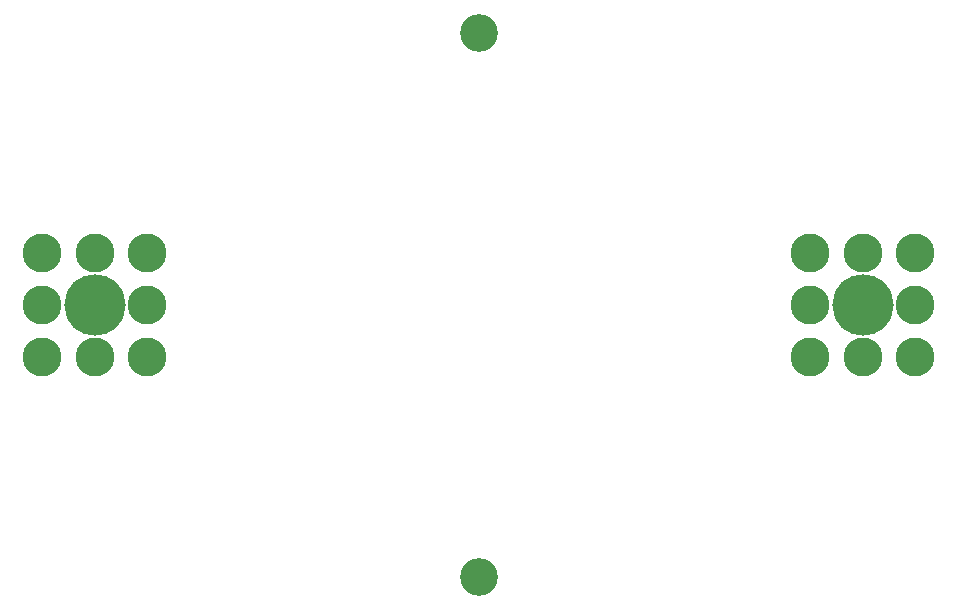
<source format=gbr>
G04 #@! TF.GenerationSoftware,KiCad,Pcbnew,(5.1.6)-1*
G04 #@! TF.CreationDate,2020-12-13T21:15:54+01:00*
G04 #@! TF.ProjectId,AR21_Battery_PCB,41523231-5f42-4617-9474-6572795f5043,rev?*
G04 #@! TF.SameCoordinates,Original*
G04 #@! TF.FileFunction,Soldermask,Top*
G04 #@! TF.FilePolarity,Negative*
%FSLAX46Y46*%
G04 Gerber Fmt 4.6, Leading zero omitted, Abs format (unit mm)*
G04 Created by KiCad (PCBNEW (5.1.6)-1) date 2020-12-13 21:15:54*
%MOMM*%
%LPD*%
G01*
G04 APERTURE LIST*
%ADD10C,3.200000*%
%ADD11C,3.300000*%
%ADD12C,5.200000*%
G04 APERTURE END LIST*
D10*
X140462000Y-79108000D03*
X140462000Y-125108000D03*
D11*
X103515000Y-97673000D03*
X107950000Y-97673000D03*
X112385000Y-97673000D03*
X103515000Y-102108000D03*
D12*
X107950000Y-102108000D03*
D11*
X112385000Y-102108000D03*
X103515000Y-106543000D03*
X107950000Y-106543000D03*
X112385000Y-106543000D03*
X168539000Y-97673000D03*
X172974000Y-97673000D03*
X177409000Y-97673000D03*
X168539000Y-102108000D03*
D12*
X172974000Y-102108000D03*
D11*
X177409000Y-102108000D03*
X168539000Y-106543000D03*
X172974000Y-106543000D03*
X177409000Y-106543000D03*
M02*

</source>
